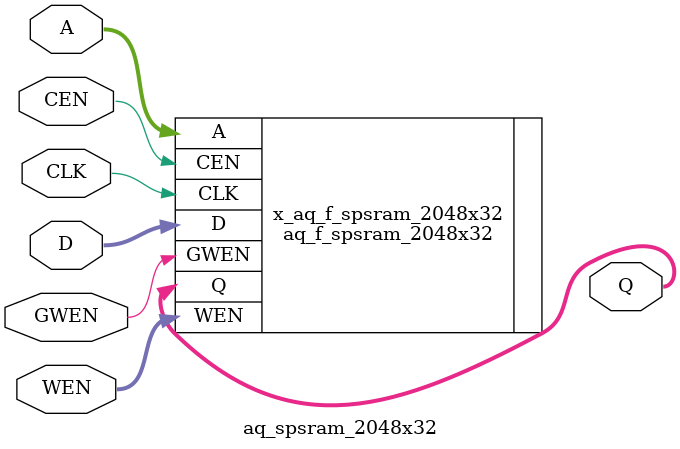
<source format=v>
/*Copyright 2020-2021 T-Head Semiconductor Co., Ltd.

Licensed under the Apache License, Version 2.0 (the "License");
you may not use this file except in compliance with the License.
You may obtain a copy of the License at

    http://www.apache.org/licenses/LICENSE-2.0

Unless required by applicable law or agreed to in writing, software
distributed under the License is distributed on an "AS IS" BASIS,
WITHOUT WARRANTIES OR CONDITIONS OF ANY KIND, either express or implied.
See the License for the specific language governing permissions and
limitations under the License.
*/

// &ModuleBeg; @22
module aq_spsram_2048x32 (
  // &Ports, @23
  input    wire  [10:0]  A,
  input    wire          CEN,
  input    wire          CLK,
  input    wire  [31:0]  D,
  input    wire          GWEN,
  input    wire  [31:0]  WEN,
  output   wire  [31:0]  Q
); 



// &Regs; @24
// &Wires; @25


//**********************************************************
//                  Parameter Definition
//**********************************************************
parameter ADDR_WIDTH = 11;
parameter DATA_WIDTH = 32;
parameter WE_WIDTH   = 32;

// &Force("bus","Q",DATA_WIDTH-1,0); @34
// &Force("bus","WEN",WE_WIDTH-1,0); @35
// &Force("bus","A",ADDR_WIDTH-1,0); @36
// &Force("bus","D",DATA_WIDTH-1,0); @37

  //********************************************************
  //*                        FPGA memory                   *
  //********************************************************
//   &Instance("aq_f_spsram_2048x32"); @43
aq_f_spsram_2048x32  x_aq_f_spsram_2048x32 (
  .A    (A   ),
  .CEN  (CEN ),
  .CLK  (CLK ),
  .D    (D   ),
  .GWEN (GWEN),
  .Q    (Q   ),
  .WEN  (WEN )
);

//   &Instance("aq_tsmc_spsram_2048x32"); @49
//   &Instance("aq_umc_spsram_2048x32"); @61

// &ModuleEnd; @65
endmodule



</source>
